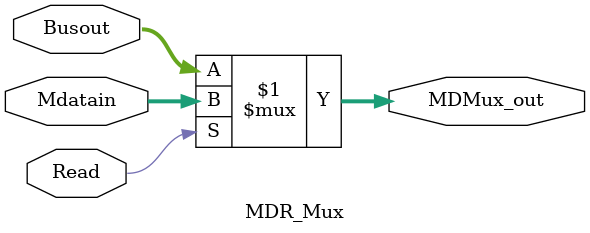
<source format=v>
module MDR_Mux (input Read, input [31:0] Busout, Mdatain, output [31:0] MDMux_out);

assign MDMux_out = Read ? Mdatain : Busout;

endmodule

</source>
